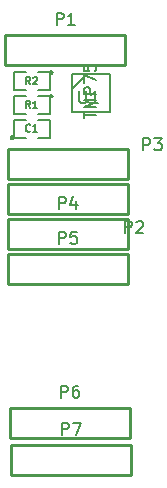
<source format=gto>
G04 (created by PCBNEW-RS274X (2012-01-19 BZR 3256)-stable) date 09.11.2015 16:39:03*
G01*
G70*
G90*
%MOIN*%
G04 Gerber Fmt 3.4, Leading zero omitted, Abs format*
%FSLAX34Y34*%
G04 APERTURE LIST*
%ADD10C,0.006000*%
%ADD11C,0.008000*%
%ADD12C,0.005000*%
%ADD13C,0.010000*%
%ADD14C,0.012000*%
G04 APERTURE END LIST*
G54D10*
G54D11*
X36786Y-14207D02*
X37261Y-13707D01*
X36786Y-13707D02*
X36786Y-14957D01*
X36786Y-14957D02*
X38036Y-14957D01*
X38036Y-14957D02*
X38036Y-13707D01*
X38036Y-13707D02*
X36786Y-13707D01*
G54D12*
X34823Y-15823D02*
X34822Y-15832D01*
X34819Y-15842D01*
X34814Y-15850D01*
X34808Y-15858D01*
X34800Y-15864D01*
X34792Y-15869D01*
X34783Y-15871D01*
X34773Y-15872D01*
X34764Y-15872D01*
X34755Y-15869D01*
X34746Y-15864D01*
X34739Y-15858D01*
X34732Y-15851D01*
X34728Y-15842D01*
X34725Y-15833D01*
X34724Y-15823D01*
X34724Y-15814D01*
X34727Y-15805D01*
X34731Y-15796D01*
X34738Y-15789D01*
X34745Y-15782D01*
X34753Y-15778D01*
X34763Y-15775D01*
X34772Y-15774D01*
X34781Y-15774D01*
X34791Y-15777D01*
X34799Y-15781D01*
X34807Y-15787D01*
X34813Y-15795D01*
X34818Y-15803D01*
X34821Y-15812D01*
X34822Y-15822D01*
X34823Y-15823D01*
X35223Y-15823D02*
X34823Y-15823D01*
X34823Y-15823D02*
X34823Y-15223D01*
X34823Y-15223D02*
X35223Y-15223D01*
X35623Y-15223D02*
X36023Y-15223D01*
X36023Y-15223D02*
X36023Y-15823D01*
X36023Y-15823D02*
X35623Y-15823D01*
X36123Y-13648D02*
X36122Y-13657D01*
X36119Y-13667D01*
X36114Y-13675D01*
X36108Y-13683D01*
X36100Y-13689D01*
X36092Y-13694D01*
X36083Y-13696D01*
X36073Y-13697D01*
X36064Y-13697D01*
X36055Y-13694D01*
X36046Y-13689D01*
X36039Y-13683D01*
X36032Y-13676D01*
X36028Y-13667D01*
X36025Y-13658D01*
X36024Y-13648D01*
X36024Y-13639D01*
X36027Y-13630D01*
X36031Y-13621D01*
X36038Y-13614D01*
X36045Y-13607D01*
X36053Y-13603D01*
X36063Y-13600D01*
X36072Y-13599D01*
X36081Y-13599D01*
X36091Y-13602D01*
X36099Y-13606D01*
X36107Y-13612D01*
X36113Y-13620D01*
X36118Y-13628D01*
X36121Y-13637D01*
X36122Y-13647D01*
X36123Y-13648D01*
X35623Y-13648D02*
X36023Y-13648D01*
X36023Y-13648D02*
X36023Y-14248D01*
X36023Y-14248D02*
X35623Y-14248D01*
X35223Y-14248D02*
X34823Y-14248D01*
X34823Y-14248D02*
X34823Y-13648D01*
X34823Y-13648D02*
X35223Y-13648D01*
X36123Y-14436D02*
X36122Y-14445D01*
X36119Y-14455D01*
X36114Y-14463D01*
X36108Y-14471D01*
X36100Y-14477D01*
X36092Y-14482D01*
X36083Y-14484D01*
X36073Y-14485D01*
X36064Y-14485D01*
X36055Y-14482D01*
X36046Y-14477D01*
X36039Y-14471D01*
X36032Y-14464D01*
X36028Y-14455D01*
X36025Y-14446D01*
X36024Y-14436D01*
X36024Y-14427D01*
X36027Y-14418D01*
X36031Y-14409D01*
X36038Y-14402D01*
X36045Y-14395D01*
X36053Y-14391D01*
X36063Y-14388D01*
X36072Y-14387D01*
X36081Y-14387D01*
X36091Y-14390D01*
X36099Y-14394D01*
X36107Y-14400D01*
X36113Y-14408D01*
X36118Y-14416D01*
X36121Y-14425D01*
X36122Y-14435D01*
X36123Y-14436D01*
X35623Y-14436D02*
X36023Y-14436D01*
X36023Y-14436D02*
X36023Y-15036D01*
X36023Y-15036D02*
X35623Y-15036D01*
X35223Y-15036D02*
X34823Y-15036D01*
X34823Y-15036D02*
X34823Y-14436D01*
X34823Y-14436D02*
X35223Y-14436D01*
G54D13*
X38555Y-13405D02*
X34555Y-13405D01*
X38555Y-12405D02*
X34555Y-12405D01*
X34555Y-12405D02*
X34555Y-13405D01*
X38555Y-13405D02*
X38555Y-12405D01*
X34624Y-16193D02*
X38624Y-16193D01*
X34624Y-17193D02*
X38624Y-17193D01*
X38624Y-17193D02*
X38624Y-16193D01*
X34624Y-16193D02*
X34624Y-17193D01*
X38624Y-18364D02*
X34624Y-18364D01*
X38624Y-17364D02*
X34624Y-17364D01*
X34624Y-17364D02*
X34624Y-18364D01*
X38624Y-18364D02*
X38624Y-17364D01*
X38634Y-19536D02*
X34634Y-19536D01*
X38634Y-18536D02*
X34634Y-18536D01*
X34634Y-18536D02*
X34634Y-19536D01*
X38634Y-19536D02*
X38634Y-18536D01*
X38634Y-20697D02*
X34634Y-20697D01*
X38634Y-19697D02*
X34634Y-19697D01*
X34634Y-19697D02*
X34634Y-20697D01*
X38634Y-20697D02*
X38634Y-19697D01*
X38703Y-25825D02*
X34703Y-25825D01*
X38703Y-24825D02*
X34703Y-24825D01*
X34703Y-24825D02*
X34703Y-25825D01*
X38703Y-25825D02*
X38703Y-24825D01*
X38732Y-27065D02*
X34732Y-27065D01*
X38732Y-26065D02*
X34732Y-26065D01*
X34732Y-26065D02*
X34732Y-27065D01*
X38732Y-27065D02*
X38732Y-26065D01*
G54D14*
G54D10*
X37022Y-14284D02*
X37022Y-14603D01*
X37041Y-14641D01*
X37059Y-14660D01*
X37097Y-14678D01*
X37172Y-14678D01*
X37209Y-14660D01*
X37228Y-14641D01*
X37247Y-14603D01*
X37247Y-14284D01*
X37641Y-14678D02*
X37416Y-14678D01*
X37529Y-14678D02*
X37529Y-14284D01*
X37491Y-14341D01*
X37454Y-14378D01*
X37416Y-14397D01*
G54D12*
X37166Y-15173D02*
X37166Y-14948D01*
X37560Y-15061D02*
X37166Y-15061D01*
X37560Y-14817D02*
X37166Y-14817D01*
X37448Y-14686D01*
X37166Y-14555D01*
X37560Y-14555D01*
X37560Y-14367D02*
X37166Y-14367D01*
X37166Y-14217D01*
X37185Y-14180D01*
X37204Y-14161D01*
X37242Y-14142D01*
X37298Y-14142D01*
X37335Y-14161D01*
X37354Y-14180D01*
X37373Y-14217D01*
X37373Y-14367D01*
X37166Y-14011D02*
X37166Y-13748D01*
X37560Y-13917D01*
X37166Y-13411D02*
X37166Y-13598D01*
X37354Y-13617D01*
X37335Y-13598D01*
X37317Y-13561D01*
X37317Y-13467D01*
X37335Y-13429D01*
X37354Y-13411D01*
X37392Y-13392D01*
X37485Y-13392D01*
X37523Y-13411D01*
X37542Y-13429D01*
X37560Y-13467D01*
X37560Y-13561D01*
X37542Y-13598D01*
X37523Y-13617D01*
X35381Y-15600D02*
X35369Y-15612D01*
X35334Y-15624D01*
X35310Y-15624D01*
X35274Y-15612D01*
X35250Y-15588D01*
X35239Y-15565D01*
X35227Y-15517D01*
X35227Y-15481D01*
X35239Y-15434D01*
X35250Y-15410D01*
X35274Y-15386D01*
X35310Y-15374D01*
X35334Y-15374D01*
X35369Y-15386D01*
X35381Y-15398D01*
X35619Y-15624D02*
X35477Y-15624D01*
X35548Y-15624D02*
X35548Y-15374D01*
X35524Y-15410D01*
X35500Y-15434D01*
X35477Y-15446D01*
X35381Y-14049D02*
X35298Y-13930D01*
X35239Y-14049D02*
X35239Y-13799D01*
X35334Y-13799D01*
X35358Y-13811D01*
X35369Y-13823D01*
X35381Y-13847D01*
X35381Y-13883D01*
X35369Y-13906D01*
X35358Y-13918D01*
X35334Y-13930D01*
X35239Y-13930D01*
X35477Y-13823D02*
X35489Y-13811D01*
X35512Y-13799D01*
X35572Y-13799D01*
X35596Y-13811D01*
X35608Y-13823D01*
X35619Y-13847D01*
X35619Y-13871D01*
X35608Y-13906D01*
X35465Y-14049D01*
X35619Y-14049D01*
X35381Y-14837D02*
X35298Y-14718D01*
X35239Y-14837D02*
X35239Y-14587D01*
X35334Y-14587D01*
X35358Y-14599D01*
X35369Y-14611D01*
X35381Y-14635D01*
X35381Y-14671D01*
X35369Y-14694D01*
X35358Y-14706D01*
X35334Y-14718D01*
X35239Y-14718D01*
X35619Y-14837D02*
X35477Y-14837D01*
X35548Y-14837D02*
X35548Y-14587D01*
X35524Y-14623D01*
X35500Y-14647D01*
X35477Y-14659D01*
G54D11*
X36260Y-12067D02*
X36260Y-11667D01*
X36413Y-11667D01*
X36451Y-11686D01*
X36470Y-11705D01*
X36489Y-11743D01*
X36489Y-11800D01*
X36470Y-11838D01*
X36451Y-11857D01*
X36413Y-11876D01*
X36260Y-11876D01*
X36870Y-12067D02*
X36641Y-12067D01*
X36755Y-12067D02*
X36755Y-11667D01*
X36717Y-11724D01*
X36679Y-11762D01*
X36641Y-11781D01*
X38534Y-19001D02*
X38534Y-18601D01*
X38687Y-18601D01*
X38725Y-18620D01*
X38744Y-18639D01*
X38763Y-18677D01*
X38763Y-18734D01*
X38744Y-18772D01*
X38725Y-18791D01*
X38687Y-18810D01*
X38534Y-18810D01*
X38915Y-18639D02*
X38934Y-18620D01*
X38972Y-18601D01*
X39068Y-18601D01*
X39106Y-18620D01*
X39125Y-18639D01*
X39144Y-18677D01*
X39144Y-18715D01*
X39125Y-18772D01*
X38896Y-19001D01*
X39144Y-19001D01*
X39154Y-16245D02*
X39154Y-15845D01*
X39307Y-15845D01*
X39345Y-15864D01*
X39364Y-15883D01*
X39383Y-15921D01*
X39383Y-15978D01*
X39364Y-16016D01*
X39345Y-16035D01*
X39307Y-16054D01*
X39154Y-16054D01*
X39516Y-15845D02*
X39764Y-15845D01*
X39630Y-15997D01*
X39688Y-15997D01*
X39726Y-16016D01*
X39745Y-16035D01*
X39764Y-16073D01*
X39764Y-16169D01*
X39745Y-16207D01*
X39726Y-16226D01*
X39688Y-16245D01*
X39573Y-16245D01*
X39535Y-16226D01*
X39516Y-16207D01*
X36339Y-18198D02*
X36339Y-17798D01*
X36492Y-17798D01*
X36530Y-17817D01*
X36549Y-17836D01*
X36568Y-17874D01*
X36568Y-17931D01*
X36549Y-17969D01*
X36530Y-17988D01*
X36492Y-18007D01*
X36339Y-18007D01*
X36911Y-17931D02*
X36911Y-18198D01*
X36815Y-17779D02*
X36720Y-18065D01*
X36968Y-18065D01*
X36339Y-19359D02*
X36339Y-18959D01*
X36492Y-18959D01*
X36530Y-18978D01*
X36549Y-18997D01*
X36568Y-19035D01*
X36568Y-19092D01*
X36549Y-19130D01*
X36530Y-19149D01*
X36492Y-19168D01*
X36339Y-19168D01*
X36930Y-18959D02*
X36739Y-18959D01*
X36720Y-19149D01*
X36739Y-19130D01*
X36777Y-19111D01*
X36873Y-19111D01*
X36911Y-19130D01*
X36930Y-19149D01*
X36949Y-19187D01*
X36949Y-19283D01*
X36930Y-19321D01*
X36911Y-19340D01*
X36873Y-19359D01*
X36777Y-19359D01*
X36739Y-19340D01*
X36720Y-19321D01*
X36408Y-24487D02*
X36408Y-24087D01*
X36561Y-24087D01*
X36599Y-24106D01*
X36618Y-24125D01*
X36637Y-24163D01*
X36637Y-24220D01*
X36618Y-24258D01*
X36599Y-24277D01*
X36561Y-24296D01*
X36408Y-24296D01*
X36980Y-24087D02*
X36903Y-24087D01*
X36865Y-24106D01*
X36846Y-24125D01*
X36808Y-24182D01*
X36789Y-24258D01*
X36789Y-24411D01*
X36808Y-24449D01*
X36827Y-24468D01*
X36865Y-24487D01*
X36942Y-24487D01*
X36980Y-24468D01*
X36999Y-24449D01*
X37018Y-24411D01*
X37018Y-24315D01*
X36999Y-24277D01*
X36980Y-24258D01*
X36942Y-24239D01*
X36865Y-24239D01*
X36827Y-24258D01*
X36808Y-24277D01*
X36789Y-24315D01*
X36437Y-25727D02*
X36437Y-25327D01*
X36590Y-25327D01*
X36628Y-25346D01*
X36647Y-25365D01*
X36666Y-25403D01*
X36666Y-25460D01*
X36647Y-25498D01*
X36628Y-25517D01*
X36590Y-25536D01*
X36437Y-25536D01*
X36799Y-25327D02*
X37066Y-25327D01*
X36894Y-25727D01*
M02*

</source>
